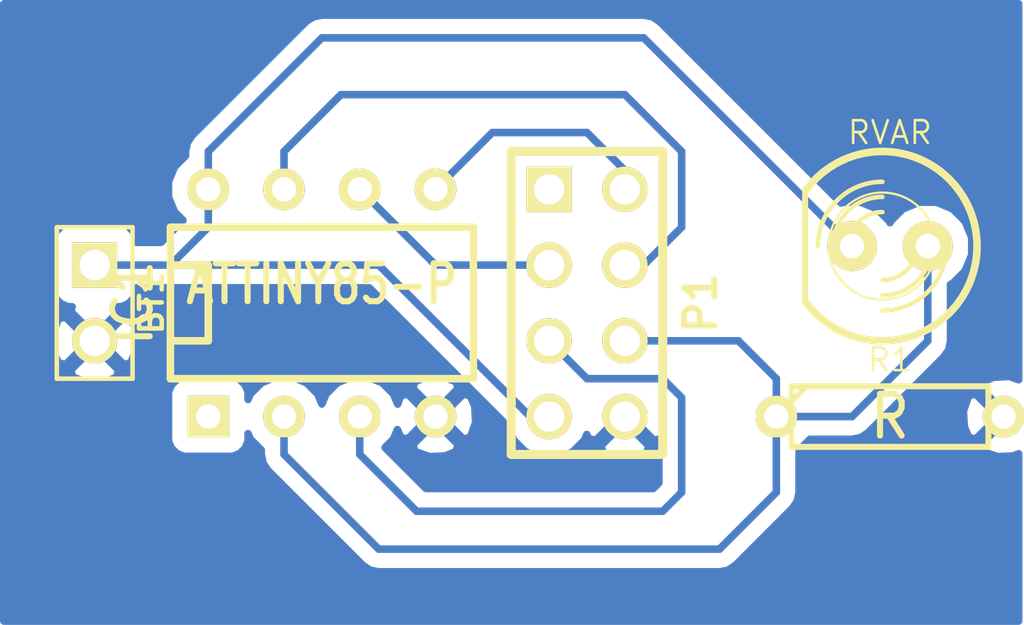
<source format=kicad_pcb>
(kicad_pcb (version 3) (host pcbnew "(2013-may-18)-stable")

  (general
    (links 13)
    (no_connects 0)
    (area 29.845 24.765 64.135001 43.180001)
    (thickness 1.6)
    (drawings 0)
    (tracks 42)
    (zones 0)
    (modules 5)
    (nets 8)
  )

  (page A3)
  (layers
    (15 F.Cu signal)
    (0 B.Cu signal)
    (16 B.Adhes user)
    (17 F.Adhes user)
    (18 B.Paste user)
    (19 F.Paste user)
    (20 B.SilkS user)
    (21 F.SilkS user)
    (22 B.Mask user)
    (23 F.Mask user)
    (24 Dwgs.User user)
    (25 Cmts.User user)
    (26 Eco1.User user)
    (27 Eco2.User user)
    (28 Edge.Cuts user)
  )

  (setup
    (last_trace_width 0.254)
    (trace_clearance 0.254)
    (zone_clearance 0.508)
    (zone_45_only no)
    (trace_min 0.254)
    (segment_width 0.2)
    (edge_width 0.1)
    (via_size 0.889)
    (via_drill 0.635)
    (via_min_size 0.889)
    (via_min_drill 0.508)
    (uvia_size 0.508)
    (uvia_drill 0.127)
    (uvias_allowed no)
    (uvia_min_size 0.508)
    (uvia_min_drill 0.127)
    (pcb_text_width 0.3)
    (pcb_text_size 1.5 1.5)
    (mod_edge_width 0.15)
    (mod_text_size 1 1)
    (mod_text_width 0.15)
    (pad_size 1.5 1.5)
    (pad_drill 0.6)
    (pad_to_mask_clearance 0)
    (aux_axis_origin 0 0)
    (visible_elements FFFFFFBF)
    (pcbplotparams
      (layerselection 3178497)
      (usegerberextensions true)
      (excludeedgelayer true)
      (linewidth 0.150000)
      (plotframeref false)
      (viasonmask false)
      (mode 1)
      (useauxorigin false)
      (hpglpennumber 1)
      (hpglpenspeed 20)
      (hpglpendiameter 15)
      (hpglpenoverlay 2)
      (psnegative false)
      (psa4output false)
      (plotreference true)
      (plotvalue true)
      (plotothertext true)
      (plotinvisibletext false)
      (padsonsilk false)
      (subtractmaskfromsilk false)
      (outputformat 1)
      (mirror false)
      (drillshape 1)
      (scaleselection 1)
      (outputdirectory ""))
  )

  (net 0 "")
  (net 1 +BATT)
  (net 2 GND)
  (net 3 N-000001)
  (net 4 N-000002)
  (net 5 N-000003)
  (net 6 N-000004)
  (net 7 N-000007)

  (net_class Default "This is the default net class."
    (clearance 0.254)
    (trace_width 0.254)
    (via_dia 0.889)
    (via_drill 0.635)
    (uvia_dia 0.508)
    (uvia_drill 0.127)
    (add_net "")
    (add_net +BATT)
    (add_net GND)
    (add_net N-000001)
    (add_net N-000002)
    (add_net N-000003)
    (add_net N-000004)
    (add_net N-000007)
  )

  (module R3 (layer F.Cu) (tedit 55D1AEEA) (tstamp 55D1AC48)
    (at 59.055 38.1)
    (descr "Resitance 3 pas")
    (tags R)
    (path /55D1A493)
    (autoplace_cost180 10)
    (fp_text reference R2 (at 0 0.127) (layer F.SilkS) hide
      (effects (font (size 1.397 1.27) (thickness 0.2032)))
    )
    (fp_text value R (at 0 0) (layer F.SilkS)
      (effects (font (size 1.397 1.27) (thickness 0.2032)))
    )
    (fp_line (start -3.81 0) (end -3.302 0) (layer F.SilkS) (width 0.2032))
    (fp_line (start 3.81 0) (end 3.302 0) (layer F.SilkS) (width 0.2032))
    (fp_line (start 3.302 0) (end 3.302 -1.016) (layer F.SilkS) (width 0.2032))
    (fp_line (start 3.302 -1.016) (end -3.302 -1.016) (layer F.SilkS) (width 0.2032))
    (fp_line (start -3.302 -1.016) (end -3.302 1.016) (layer F.SilkS) (width 0.2032))
    (fp_line (start -3.302 1.016) (end 3.302 1.016) (layer F.SilkS) (width 0.2032))
    (fp_line (start 3.302 1.016) (end 3.302 0) (layer F.SilkS) (width 0.2032))
    (fp_line (start -3.302 -0.508) (end -2.794 -1.016) (layer F.SilkS) (width 0.2032))
    (pad 1 thru_hole circle (at -3.81 0) (size 1.397 1.397) (drill 0.8128)
      (layers *.Cu *.Mask F.SilkS)
      (net 7 N-000007)
    )
    (pad 2 thru_hole circle (at 3.81 0) (size 1.397 1.397) (drill 0.8128)
      (layers *.Cu *.Mask F.SilkS)
      (net 2 GND)
    )
    (model discret/resistor.wrl
      (at (xyz 0 0 0))
      (scale (xyz 0.3 0.3 0.3))
      (rotate (xyz 0 0 0))
    )
  )

  (module pin_array_4x2 (layer F.Cu) (tedit 3FAB90E6) (tstamp 55D1AC58)
    (at 48.895 34.29 270)
    (descr "Double rangee de contacts 2 x 4 pins")
    (tags CONN)
    (path /55D1A41A)
    (fp_text reference P1 (at 0 -3.81 270) (layer F.SilkS)
      (effects (font (size 1.016 1.016) (thickness 0.2032)))
    )
    (fp_text value CONN_4X2 (at 0 3.81 270) (layer F.SilkS) hide
      (effects (font (size 1.016 1.016) (thickness 0.2032)))
    )
    (fp_line (start -5.08 -2.54) (end 5.08 -2.54) (layer F.SilkS) (width 0.3048))
    (fp_line (start 5.08 -2.54) (end 5.08 2.54) (layer F.SilkS) (width 0.3048))
    (fp_line (start 5.08 2.54) (end -5.08 2.54) (layer F.SilkS) (width 0.3048))
    (fp_line (start -5.08 2.54) (end -5.08 -2.54) (layer F.SilkS) (width 0.3048))
    (pad 1 thru_hole rect (at -3.81 1.27 270) (size 1.524 1.524) (drill 1.016)
      (layers *.Cu *.Mask F.SilkS)
    )
    (pad 2 thru_hole circle (at -3.81 -1.27 270) (size 1.524 1.524) (drill 1.016)
      (layers *.Cu *.Mask F.SilkS)
      (net 6 N-000004)
    )
    (pad 3 thru_hole circle (at -1.27 1.27 270) (size 1.524 1.524) (drill 1.016)
      (layers *.Cu *.Mask F.SilkS)
      (net 3 N-000001)
    )
    (pad 4 thru_hole circle (at -1.27 -1.27 270) (size 1.524 1.524) (drill 1.016)
      (layers *.Cu *.Mask F.SilkS)
      (net 5 N-000003)
    )
    (pad 5 thru_hole circle (at 1.27 1.27 270) (size 1.524 1.524) (drill 1.016)
      (layers *.Cu *.Mask F.SilkS)
      (net 4 N-000002)
    )
    (pad 6 thru_hole circle (at 1.27 -1.27 270) (size 1.524 1.524) (drill 1.016)
      (layers *.Cu *.Mask F.SilkS)
      (net 7 N-000007)
    )
    (pad 7 thru_hole circle (at 3.81 1.27 270) (size 1.524 1.524) (drill 1.016)
      (layers *.Cu *.Mask F.SilkS)
      (net 1 +BATT)
    )
    (pad 8 thru_hole circle (at 3.81 -1.27 270) (size 1.524 1.524) (drill 1.016)
      (layers *.Cu *.Mask F.SilkS)
      (net 2 GND)
    )
    (model pin_array/pins_array_4x2.wrl
      (at (xyz 0 0 0))
      (scale (xyz 1 1 1))
      (rotate (xyz 0 0 0))
    )
  )

  (module LED-5MM (layer F.Cu) (tedit 50ADE86B) (tstamp 55D1AC67)
    (at 59.055 32.385 180)
    (descr "LED 5mm - Lead pitch 100mil (2,54mm)")
    (tags "LED led 5mm 5MM 100mil 2,54mm")
    (path /55D1A484)
    (fp_text reference R1 (at 0 -3.81 180) (layer F.SilkS)
      (effects (font (size 0.762 0.762) (thickness 0.0889)))
    )
    (fp_text value RVAR (at 0 3.81 180) (layer F.SilkS)
      (effects (font (size 0.762 0.762) (thickness 0.0889)))
    )
    (fp_line (start 2.8448 1.905) (end 2.8448 -1.905) (layer F.SilkS) (width 0.2032))
    (fp_circle (center 0.254 0) (end -1.016 1.27) (layer F.SilkS) (width 0.0762))
    (fp_arc (start 0.254 0) (end 2.794 1.905) (angle 286.2) (layer F.SilkS) (width 0.254))
    (fp_arc (start 0.254 0) (end -0.889 0) (angle 90) (layer F.SilkS) (width 0.1524))
    (fp_arc (start 0.254 0) (end 1.397 0) (angle 90) (layer F.SilkS) (width 0.1524))
    (fp_arc (start 0.254 0) (end -1.397 0) (angle 90) (layer F.SilkS) (width 0.1524))
    (fp_arc (start 0.254 0) (end 1.905 0) (angle 90) (layer F.SilkS) (width 0.1524))
    (fp_arc (start 0.254 0) (end -1.905 0) (angle 90) (layer F.SilkS) (width 0.1524))
    (fp_arc (start 0.254 0) (end 2.413 0) (angle 90) (layer F.SilkS) (width 0.1524))
    (pad 1 thru_hole circle (at -1.27 0 180) (size 1.6764 1.6764) (drill 0.8128)
      (layers *.Cu *.Mask F.SilkS)
      (net 7 N-000007)
    )
    (pad 2 thru_hole circle (at 1.27 0 180) (size 1.6764 1.6764) (drill 0.8128)
      (layers *.Cu *.Mask F.SilkS)
      (net 1 +BATT)
    )
    (model discret/leds/led5_vertical_verde.wrl
      (at (xyz 0 0 0))
      (scale (xyz 1 1 1))
      (rotate (xyz 0 0 0))
    )
  )

  (module DIP-8__300 (layer F.Cu) (tedit 55D1AC51) (tstamp 55D1AC7A)
    (at 40.005 34.29)
    (descr "8 pins DIL package, round pads")
    (tags DIL)
    (path /55D1A42E)
    (fp_text reference IC1 (at -6.35 0 90) (layer F.SilkS)
      (effects (font (size 1.27 1.143) (thickness 0.2032)))
    )
    (fp_text value ATTINY85-P (at 0 -0.635) (layer F.SilkS)
      (effects (font (size 1.27 1.016) (thickness 0.2032)))
    )
    (fp_line (start -5.08 -1.27) (end -3.81 -1.27) (layer F.SilkS) (width 0.254))
    (fp_line (start -3.81 -1.27) (end -3.81 1.27) (layer F.SilkS) (width 0.254))
    (fp_line (start -3.81 1.27) (end -5.08 1.27) (layer F.SilkS) (width 0.254))
    (fp_line (start -5.08 -2.54) (end 5.08 -2.54) (layer F.SilkS) (width 0.254))
    (fp_line (start 5.08 -2.54) (end 5.08 2.54) (layer F.SilkS) (width 0.254))
    (fp_line (start 5.08 2.54) (end -5.08 2.54) (layer F.SilkS) (width 0.254))
    (fp_line (start -5.08 2.54) (end -5.08 -2.54) (layer F.SilkS) (width 0.254))
    (pad 1 thru_hole rect (at -3.81 3.81) (size 1.397 1.397) (drill 0.8128)
      (layers *.Cu *.Mask F.SilkS)
    )
    (pad 2 thru_hole circle (at -1.27 3.81) (size 1.397 1.397) (drill 0.8128)
      (layers *.Cu *.Mask F.SilkS)
      (net 7 N-000007)
    )
    (pad 3 thru_hole circle (at 1.27 3.81) (size 1.397 1.397) (drill 0.8128)
      (layers *.Cu *.Mask F.SilkS)
      (net 4 N-000002)
    )
    (pad 4 thru_hole circle (at 3.81 3.81) (size 1.397 1.397) (drill 0.8128)
      (layers *.Cu *.Mask F.SilkS)
      (net 2 GND)
    )
    (pad 5 thru_hole circle (at 3.81 -3.81) (size 1.397 1.397) (drill 0.8128)
      (layers *.Cu *.Mask F.SilkS)
      (net 6 N-000004)
    )
    (pad 6 thru_hole circle (at 1.27 -3.81) (size 1.397 1.397) (drill 0.8128)
      (layers *.Cu *.Mask F.SilkS)
      (net 3 N-000001)
    )
    (pad 7 thru_hole circle (at -1.27 -3.81) (size 1.397 1.397) (drill 0.8128)
      (layers *.Cu *.Mask F.SilkS)
      (net 5 N-000003)
    )
    (pad 8 thru_hole circle (at -3.81 -3.81) (size 1.397 1.397) (drill 0.8128)
      (layers *.Cu *.Mask F.SilkS)
      (net 1 +BATT)
    )
    (model dil/dil_8.wrl
      (at (xyz 0 0 0))
      (scale (xyz 1 1 1))
      (rotate (xyz 0 0 0))
    )
  )

  (module PIN_ARRAY_2X1 (layer F.Cu) (tedit 4565C520) (tstamp 55D1AD0E)
    (at 32.385 34.29 270)
    (descr "Connecteurs 2 pins")
    (tags "CONN DEV")
    (path /55D1ACCA)
    (fp_text reference BT1 (at 0 -1.905 270) (layer F.SilkS)
      (effects (font (size 0.762 0.762) (thickness 0.1524)))
    )
    (fp_text value BATTERY (at 0 -1.905 270) (layer F.SilkS) hide
      (effects (font (size 0.762 0.762) (thickness 0.1524)))
    )
    (fp_line (start -2.54 1.27) (end -2.54 -1.27) (layer F.SilkS) (width 0.1524))
    (fp_line (start -2.54 -1.27) (end 2.54 -1.27) (layer F.SilkS) (width 0.1524))
    (fp_line (start 2.54 -1.27) (end 2.54 1.27) (layer F.SilkS) (width 0.1524))
    (fp_line (start 2.54 1.27) (end -2.54 1.27) (layer F.SilkS) (width 0.1524))
    (pad 1 thru_hole rect (at -1.27 0 270) (size 1.524 1.524) (drill 1.016)
      (layers *.Cu *.Mask F.SilkS)
      (net 1 +BATT)
    )
    (pad 2 thru_hole circle (at 1.27 0 270) (size 1.524 1.524) (drill 1.016)
      (layers *.Cu *.Mask F.SilkS)
      (net 2 GND)
    )
    (model pin_array/pins_array_2x1.wrl
      (at (xyz 0 0 0))
      (scale (xyz 1 1 1))
      (rotate (xyz 0 0 0))
    )
  )

  (segment (start 36.195 30.48) (end 36.195 29.21) (width 0.254) (layer B.Cu) (net 1))
  (segment (start 50.8 25.4) (end 57.785 32.385) (width 0.254) (layer B.Cu) (net 1) (tstamp 55D1AF18))
  (segment (start 40.005 25.4) (end 50.8 25.4) (width 0.254) (layer B.Cu) (net 1) (tstamp 55D1AF16))
  (segment (start 36.195 29.21) (end 40.005 25.4) (width 0.254) (layer B.Cu) (net 1) (tstamp 55D1AF14))
  (segment (start 47.625 38.1) (end 46.99 38.1) (width 0.254) (layer B.Cu) (net 1))
  (segment (start 41.91 33.02) (end 34.925 33.02) (width 0.254) (layer B.Cu) (net 1) (tstamp 55D1AEE0))
  (segment (start 46.99 38.1) (end 41.91 33.02) (width 0.254) (layer B.Cu) (net 1) (tstamp 55D1AEDF))
  (segment (start 32.385 33.02) (end 34.925 33.02) (width 0.254) (layer B.Cu) (net 1))
  (segment (start 36.195 31.75) (end 36.195 30.48) (width 0.254) (layer B.Cu) (net 1) (tstamp 55D1AE83))
  (segment (start 34.925 33.02) (end 36.195 31.75) (width 0.254) (layer B.Cu) (net 1) (tstamp 55D1AE82))
  (segment (start 47.625 33.02) (end 43.815 33.02) (width 0.254) (layer B.Cu) (net 3))
  (segment (start 43.815 33.02) (end 41.275 30.48) (width 0.254) (layer B.Cu) (net 3) (tstamp 55D1AE93))
  (segment (start 47.625 35.56) (end 48.895 36.83) (width 0.254) (layer B.Cu) (net 4))
  (segment (start 41.275 39.37) (end 41.275 38.1) (width 0.254) (layer B.Cu) (net 4) (tstamp 55D1AF64))
  (segment (start 43.18 41.275) (end 41.275 39.37) (width 0.254) (layer B.Cu) (net 4) (tstamp 55D1AF61))
  (segment (start 51.435 41.275) (end 43.18 41.275) (width 0.254) (layer B.Cu) (net 4) (tstamp 55D1AF60))
  (segment (start 52.07 40.64) (end 51.435 41.275) (width 0.254) (layer B.Cu) (net 4) (tstamp 55D1AF5F))
  (segment (start 52.07 37.465) (end 52.07 40.64) (width 0.254) (layer B.Cu) (net 4) (tstamp 55D1AF5E))
  (segment (start 51.435 36.83) (end 52.07 37.465) (width 0.254) (layer B.Cu) (net 4) (tstamp 55D1AF5D))
  (segment (start 48.895 36.83) (end 51.435 36.83) (width 0.254) (layer B.Cu) (net 4) (tstamp 55D1AF5C))
  (segment (start 50.165 33.02) (end 50.8 33.02) (width 0.254) (layer B.Cu) (net 5))
  (segment (start 38.735 29.21) (end 38.735 30.48) (width 0.254) (layer B.Cu) (net 5) (tstamp 55D1AEA0))
  (segment (start 40.64 27.305) (end 38.735 29.21) (width 0.254) (layer B.Cu) (net 5) (tstamp 55D1AE9E))
  (segment (start 50.165 27.305) (end 40.64 27.305) (width 0.254) (layer B.Cu) (net 5) (tstamp 55D1AE9C))
  (segment (start 52.07 29.21) (end 50.165 27.305) (width 0.254) (layer B.Cu) (net 5) (tstamp 55D1AE9A))
  (segment (start 52.07 31.75) (end 52.07 29.21) (width 0.254) (layer B.Cu) (net 5) (tstamp 55D1AE98))
  (segment (start 50.8 33.02) (end 52.07 31.75) (width 0.254) (layer B.Cu) (net 5) (tstamp 55D1AE97))
  (segment (start 50.165 30.48) (end 50.165 29.845) (width 0.254) (layer B.Cu) (net 6))
  (segment (start 45.72 28.575) (end 43.815 30.48) (width 0.254) (layer B.Cu) (net 6) (tstamp 55D1AE8F))
  (segment (start 48.895 28.575) (end 45.72 28.575) (width 0.254) (layer B.Cu) (net 6) (tstamp 55D1AE8D))
  (segment (start 50.165 29.845) (end 48.895 28.575) (width 0.254) (layer B.Cu) (net 6) (tstamp 55D1AE8C))
  (segment (start 50.165 35.56) (end 53.975 35.56) (width 0.254) (layer B.Cu) (net 7))
  (segment (start 55.245 36.83) (end 55.245 38.1) (width 0.254) (layer B.Cu) (net 7) (tstamp 55D1AFB9))
  (segment (start 53.975 35.56) (end 55.245 36.83) (width 0.254) (layer B.Cu) (net 7) (tstamp 55D1AFB8))
  (segment (start 55.245 38.1) (end 55.245 40.64) (width 0.254) (layer B.Cu) (net 7) (tstamp 55D1AFBB))
  (segment (start 55.245 40.64) (end 53.34 42.545) (width 0.254) (layer B.Cu) (net 7) (tstamp 55D1AFBC))
  (segment (start 53.34 42.545) (end 41.91 42.545) (width 0.254) (layer B.Cu) (net 7) (tstamp 55D1AFBD))
  (segment (start 41.91 42.545) (end 38.735 39.37) (width 0.254) (layer B.Cu) (net 7) (tstamp 55D1AFBF))
  (segment (start 38.735 39.37) (end 38.735 38.1) (width 0.254) (layer B.Cu) (net 7) (tstamp 55D1AFC1))
  (segment (start 55.245 38.1) (end 57.785 38.1) (width 0.254) (layer B.Cu) (net 7))
  (segment (start 60.325 35.56) (end 60.325 32.385) (width 0.254) (layer B.Cu) (net 7) (tstamp 55D1AFB4))
  (segment (start 57.785 38.1) (end 60.325 35.56) (width 0.254) (layer B.Cu) (net 7) (tstamp 55D1AFB3))

  (zone (net 2) (net_name GND) (layer B.Cu) (tstamp 5617E4F1) (hatch edge 0.508)
    (connect_pads (clearance 0.508))
    (min_thickness 0.254)
    (fill (arc_segments 16) (thermal_gap 0.508) (thermal_bridge_width 0.508))
    (polygon
      (pts
        (xy 29.21 45.085) (xy 63.5 45.085) (xy 63.5 24.13) (xy 29.21 24.13)
      )
    )
    (filled_polygon
      (pts
        (xy 63.373 44.958) (xy 33.794143 44.958) (xy 33.794143 35.767696) (xy 33.76636 35.212631) (xy 33.607396 34.828858)
        (xy 33.365212 34.759393) (xy 32.564605 35.56) (xy 33.365212 36.360607) (xy 33.607396 36.291142) (xy 33.794143 35.767696)
        (xy 33.794143 44.958) (xy 33.185607 44.958) (xy 33.185607 36.540212) (xy 32.385 35.739605) (xy 32.205395 35.91921)
        (xy 32.205395 35.56) (xy 31.404788 34.759393) (xy 31.162604 34.828858) (xy 30.975857 35.352304) (xy 31.00364 35.907369)
        (xy 31.162604 36.291142) (xy 31.404788 36.360607) (xy 32.205395 35.56) (xy 32.205395 35.91921) (xy 31.584393 36.540212)
        (xy 31.653858 36.782396) (xy 32.177304 36.969143) (xy 32.732369 36.94136) (xy 33.116142 36.782396) (xy 33.185607 36.540212)
        (xy 33.185607 44.958) (xy 29.337 44.958) (xy 29.337 24.257) (xy 63.373 24.257) (xy 63.373 36.865113)
        (xy 63.05752 36.754076) (xy 62.527802 36.782854) (xy 62.172072 36.930202) (xy 62.110419 37.165814) (xy 62.865 37.920395)
        (xy 62.879142 37.906252) (xy 63.058747 38.085857) (xy 63.044605 38.1) (xy 63.058747 38.114142) (xy 62.879142 38.293747)
        (xy 62.865 38.279605) (xy 62.685395 38.45921) (xy 62.685395 38.1) (xy 61.930814 37.345419) (xy 61.798454 37.380053)
        (xy 61.798454 32.093248) (xy 61.574646 31.55159) (xy 61.16059 31.136811) (xy 60.619323 30.912057) (xy 60.033248 30.911546)
        (xy 59.49159 31.135354) (xy 59.076811 31.54941) (xy 59.055224 31.601394) (xy 59.034646 31.55159) (xy 58.62059 31.136811)
        (xy 58.079323 30.912057) (xy 57.493248 30.911546) (xy 57.419605 30.941974) (xy 51.338815 24.861185) (xy 51.091605 24.696004)
        (xy 50.8 24.638) (xy 40.005 24.638) (xy 39.713395 24.696004) (xy 39.466184 24.861185) (xy 35.656185 28.671185)
        (xy 35.491004 28.918395) (xy 35.433 29.21) (xy 35.433 29.356461) (xy 35.065174 29.723647) (xy 34.861733 30.213587)
        (xy 34.86127 30.744086) (xy 35.063855 31.23438) (xy 35.348174 31.519195) (xy 34.609369 32.258) (xy 33.78211 32.258)
        (xy 33.78211 32.132245) (xy 33.685641 31.898771) (xy 33.507168 31.719987) (xy 33.273864 31.623111) (xy 33.021245 31.62289)
        (xy 31.497245 31.62289) (xy 31.263771 31.719359) (xy 31.084987 31.897832) (xy 30.988111 32.131136) (xy 30.98789 32.383755)
        (xy 30.98789 33.907755) (xy 31.084359 34.141229) (xy 31.262832 34.320013) (xy 31.496136 34.416889) (xy 31.631083 34.417007)
        (xy 31.584393 34.579788) (xy 32.385 35.380395) (xy 33.185607 34.579788) (xy 33.138946 34.41711) (xy 33.272755 34.41711)
        (xy 33.506229 34.320641) (xy 33.685013 34.142168) (xy 33.781889 33.908864) (xy 33.781999 33.782) (xy 34.925 33.782)
        (xy 41.594369 33.782) (xy 46.255029 38.44266) (xy 46.439991 38.890303) (xy 46.83263 39.283628) (xy 47.345901 39.496756)
        (xy 47.901661 39.497241) (xy 48.415303 39.285009) (xy 48.808628 38.89237) (xy 48.888394 38.700269) (xy 48.942604 38.831142)
        (xy 49.184788 38.900607) (xy 49.985395 38.1) (xy 49.971252 38.085857) (xy 50.150857 37.906252) (xy 50.165 37.920395)
        (xy 50.179142 37.906252) (xy 50.358747 38.085857) (xy 50.344605 38.1) (xy 51.145212 38.900607) (xy 51.308 38.853914)
        (xy 51.308 40.324369) (xy 51.119369 40.513) (xy 50.965607 40.513) (xy 50.965607 39.080212) (xy 50.165 38.279605)
        (xy 49.364393 39.080212) (xy 49.433858 39.322396) (xy 49.957304 39.509143) (xy 50.512369 39.48136) (xy 50.896142 39.322396)
        (xy 50.965607 39.080212) (xy 50.965607 40.513) (xy 45.160924 40.513) (xy 45.160924 38.29252) (xy 45.132146 37.762802)
        (xy 44.984798 37.407072) (xy 44.749186 37.345419) (xy 44.569581 37.525024) (xy 44.569581 37.165814) (xy 44.507928 36.930202)
        (xy 44.00752 36.754076) (xy 43.477802 36.782854) (xy 43.122072 36.930202) (xy 43.060419 37.165814) (xy 43.815 37.920395)
        (xy 44.569581 37.165814) (xy 44.569581 37.525024) (xy 43.994605 38.1) (xy 44.749186 38.854581) (xy 44.984798 38.792928)
        (xy 45.160924 38.29252) (xy 45.160924 40.513) (xy 44.569581 40.513) (xy 44.569581 39.034186) (xy 43.815 38.279605)
        (xy 43.060419 39.034186) (xy 43.122072 39.269798) (xy 43.62248 39.445924) (xy 44.152198 39.417146) (xy 44.507928 39.269798)
        (xy 44.569581 39.034186) (xy 44.569581 40.513) (xy 43.49563 40.513) (xy 42.121657 39.139027) (xy 42.404826 38.856353)
        (xy 42.538314 38.534877) (xy 42.645202 38.792928) (xy 42.880814 38.854581) (xy 43.635395 38.1) (xy 42.880814 37.345419)
        (xy 42.645202 37.407072) (xy 42.546917 37.686316) (xy 42.406145 37.34562) (xy 42.031353 36.970174) (xy 41.541413 36.766733)
        (xy 41.010914 36.76627) (xy 40.52062 36.968855) (xy 40.145174 37.343647) (xy 40.004906 37.681448) (xy 39.866145 37.34562)
        (xy 39.491353 36.970174) (xy 39.001413 36.766733) (xy 38.470914 36.76627) (xy 37.98062 36.968855) (xy 37.605174 37.343647)
        (xy 37.52861 37.528033) (xy 37.52861 37.275745) (xy 37.432141 37.042271) (xy 37.253668 36.863487) (xy 37.020364 36.766611)
        (xy 36.767745 36.76639) (xy 35.370745 36.76639) (xy 35.137271 36.862859) (xy 34.958487 37.041332) (xy 34.861611 37.274636)
        (xy 34.86139 37.527255) (xy 34.86139 38.924255) (xy 34.957859 39.157729) (xy 35.136332 39.336513) (xy 35.369636 39.433389)
        (xy 35.622255 39.43361) (xy 37.019255 39.43361) (xy 37.252729 39.337141) (xy 37.431513 39.158668) (xy 37.528389 38.925364)
        (xy 37.52861 38.672745) (xy 37.52861 38.672272) (xy 37.603855 38.85438) (xy 37.973 39.224169) (xy 37.973 39.37)
        (xy 38.031004 39.661605) (xy 38.196185 39.908815) (xy 41.371185 43.083815) (xy 41.618395 43.248996) (xy 41.91 43.307)
        (xy 53.34 43.307) (xy 53.34 43.306999) (xy 53.631604 43.248996) (xy 53.631605 43.248996) (xy 53.878815 43.083815)
        (xy 55.783815 41.178816) (xy 55.783815 41.178815) (xy 55.948996 40.931605) (xy 56.006999 40.640001) (xy 56.007 40.64)
        (xy 56.007 39.223538) (xy 56.369169 38.862) (xy 57.785 38.862) (xy 57.785 38.861999) (xy 58.076604 38.803996)
        (xy 58.076605 38.803996) (xy 58.323815 38.638815) (xy 60.863815 36.098816) (xy 60.863815 36.098815) (xy 61.028996 35.851605)
        (xy 61.086999 35.56) (xy 61.087 35.56) (xy 61.087 33.664151) (xy 61.15841 33.634646) (xy 61.573189 33.22059)
        (xy 61.797943 32.679323) (xy 61.798454 32.093248) (xy 61.798454 37.380053) (xy 61.695202 37.407072) (xy 61.519076 37.90748)
        (xy 61.547854 38.437198) (xy 61.695202 38.792928) (xy 61.930814 38.854581) (xy 62.685395 38.1) (xy 62.685395 38.45921)
        (xy 62.110419 39.034186) (xy 62.172072 39.269798) (xy 62.67248 39.445924) (xy 63.202198 39.417146) (xy 63.373 39.346397)
        (xy 63.373 44.958)
      )
    )
  )
)

</source>
